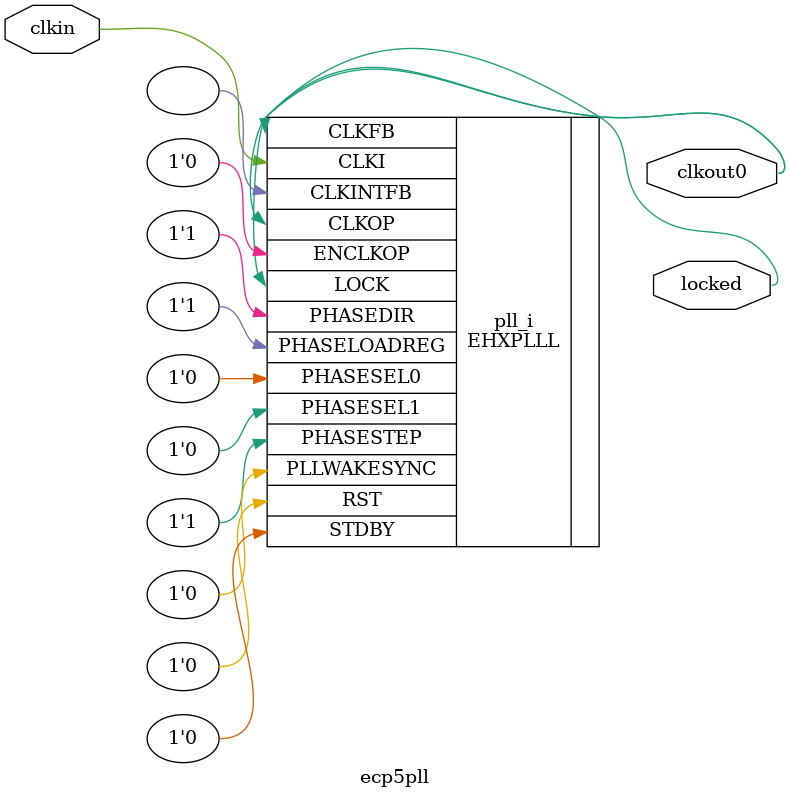
<source format=v>
module ecp5pll
(
    input clkin, // 16 MHz, 0 deg
    output clkout0, // 32 MHz, 0 deg
    output locked
);
(* FREQUENCY_PIN_CLKI="16" *)
(* FREQUENCY_PIN_CLKOP="32" *)
(* ICP_CURRENT="12" *) (* LPF_RESISTOR="8" *) (* MFG_ENABLE_FILTEROPAMP="1" *) (* MFG_GMCREF_SEL="2" *)
EHXPLLL #(
        .PLLRST_ENA("DISABLED"),
        .INTFB_WAKE("DISABLED"),
        .STDBY_ENABLE("DISABLED"),
        .DPHASE_SOURCE("DISABLED"),
        .OUTDIVIDER_MUXA("DIVA"),
        .OUTDIVIDER_MUXB("DIVB"),
        .OUTDIVIDER_MUXC("DIVC"),
        .OUTDIVIDER_MUXD("DIVD"),
        .CLKI_DIV(1),
        .CLKOP_ENABLE("ENABLED"),
        .CLKOP_DIV(19),
        .CLKOP_CPHASE(9),
        .CLKOP_FPHASE(0),
        .FEEDBK_PATH("CLKOP"),
        .CLKFB_DIV(2)
    ) pll_i (
        .RST(1'b0),
        .STDBY(1'b0),
        .CLKI(clkin),
        .CLKOP(clkout0),
        .CLKFB(clkout0),
        .CLKINTFB(),
        .PHASESEL0(1'b0),
        .PHASESEL1(1'b0),
        .PHASEDIR(1'b1),
        .PHASESTEP(1'b1),
        .PHASELOADREG(1'b1),
        .PLLWAKESYNC(1'b0),
        .ENCLKOP(1'b0),
        .LOCK(locked)
	);
endmodule

</source>
